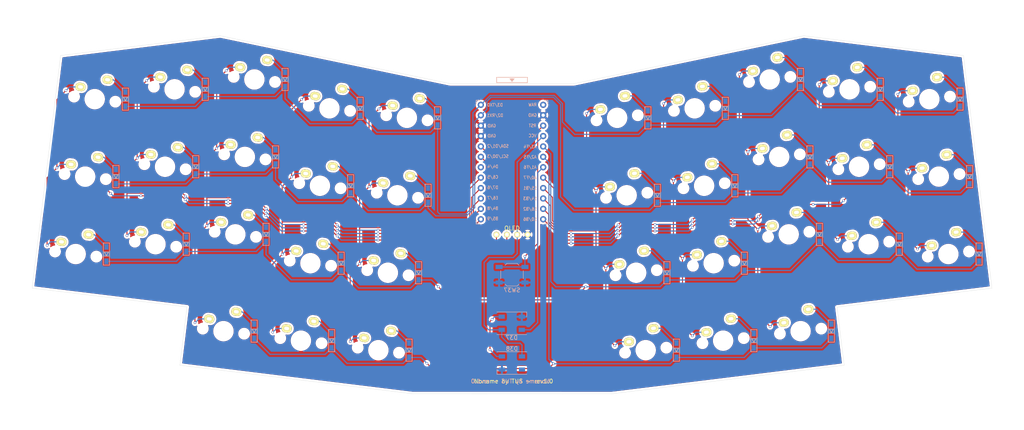
<source format=kicad_pcb>
(kicad_pcb (version 20211014) (generator pcbnew)
  (title_block (title "Noname") (date "2022-02-24") (rev "1.0"))
  (layers (0 "F.Cu" signal) (31 "B.Cu" signal) (34 "B.Paste" user) (35 "F.Paste" user) (36 "B.SilkS" user "B.Silkscreen") (37 "F.SilkS" user "F.Silkscreen") (38 "B.Mask" user) (39 "F.Mask" user) (44 "Edge.Cuts" user))
  (net 0 "")
  (net 1 "Net-(D1-Pad2)")
  (net 2 "R0")
  (net 3 "Net-(D2-Pad2)")
  (net 4 "Net-(D3-Pad2)")
  (net 5 "Net-(D4-Pad2)")
  (net 6 "Net-(D5-Pad2)")
  (net 7 "Net-(D6-Pad2)")
  (net 8 "Net-(D7-Pad2)")
  (net 9 "Net-(D8-Pad2)")
  (net 10 "Net-(D9-Pad2)")
  (net 11 "Net-(D10-Pad2)")
  (net 12 "Net-(D11-Pad2)")
  (net 13 "R1")
  (net 14 "Net-(D12-Pad2)")
  (net 15 "Net-(D13-Pad2)")
  (net 16 "Net-(D14-Pad2)")
  (net 17 "Net-(D15-Pad2)")
  (net 18 "Net-(D16-Pad2)")
  (net 19 "Net-(D17-Pad2)")
  (net 20 "Net-(D18-Pad2)")
  (net 21 "Net-(D19-Pad2)")
  (net 22 "Net-(D20-Pad2)")
  (net 23 "Net-(D21-Pad2)")
  (net 24 "R2")
  (net 25 "Net-(D22-Pad2)")
  (net 26 "Net-(D23-Pad2)")
  (net 27 "Net-(D24-Pad2)")
  (net 28 "Net-(D25-Pad2)")
  (net 29 "Net-(D26-Pad2)")
  (net 30 "Net-(D27-Pad2)")
  (net 31 "Net-(D28-Pad2)")
  (net 32 "Net-(D29-Pad2)")
  (net 33 "Net-(D30-Pad2)")
  (net 34 "Net-(D31-Pad2)")
  (net 35 "R3")
  (net 36 "Net-(D32-Pad2)")
  (net 37 "Net-(D33-Pad2)")
  (net 38 "Net-(D34-Pad2)")
  (net 39 "Net-(D35-Pad2)")
  (net 40 "Net-(D36-Pad2)")
  (net 41 "VCC")
  (net 42 "Net-(D37-Pad2)")
  (net 43 "LED")
  (net 44 "GND")
  (net 45 "C0")
  (net 46 "C1")
  (net 47 "C2")
  (net 48 "C3")
  (net 49 "C4")
  (net 50 "C5")
  (net 51 "C6")
  (net 52 "C7")
  (net 53 "C8")
  (net 54 "C9")
  (net 55 "RS")
  (net 56 "SCL")
  (net 57 "SDA")
  (footprint "KBD:OLED_v2" (layer "F.Cu") (at 149.15514 93.368453)
    (fp_text reference "OL1")
    (fp_text value "OLED" hide)
  )
  (footprint "KBD:CherryMX_1u" (layer "F.Cu") (at 47.275853 60.302971 -7)
    (fp_text reference "SW1" hide)
    (fp_text value "SW_PUSH" hide)
  )
  (footprint "KBD:CherryMX_1u" (layer "F.Cu") (at 66.76432 57.897084 -7)
    (fp_text reference "SW2" hide)
    (fp_text value "SW_PUSH" hide)
  )
  (footprint "KBD:CherryMX_1u" (layer "F.Cu") (at 86.252788 55.491198 -7)
    (fp_text reference "SW3" hide)
    (fp_text value "SW_PUSH" hide)
  )
  (footprint "KBD:CherryMX_1u" (layer "F.Cu") (at 104.580329 62.540306 -7)
    (fp_text reference "SW4" hide)
    (fp_text value "SW_PUSH" hide)
  )
  (footprint "KBD:CherryMX_1u" (layer "F.Cu") (at 123.488333 64.861917 -7)
    (fp_text reference "SW5" hide)
    (fp_text value "SW_PUSH" hide)
  )
  (footprint "KBD:CherryMX_1u" (layer "F.Cu") (at 174.821947 64.861917 7)
    (fp_text reference "SW6" hide)
    (fp_text value "SW_PUSH" hide)
  )
  (footprint "KBD:CherryMX_1u" (layer "F.Cu") (at 193.729951 62.540306 7)
    (fp_text reference "SW7" hide)
    (fp_text value "SW_PUSH" hide)
  )
  (footprint "KBD:CherryMX_1u" (layer "F.Cu") (at 212.057492 55.491198 7)
    (fp_text reference "SW8" hide)
    (fp_text value "SW_PUSH" hide)
  )
  (footprint "KBD:CherryMX_1u" (layer "F.Cu") (at 231.54596 57.897084 7)
    (fp_text reference "SW9" hide)
    (fp_text value "SW_PUSH" hide)
  )
  (footprint "KBD:CherryMX_1u" (layer "F.Cu") (at 251.034427 60.302971 7)
    (fp_text reference "SW10" hide)
    (fp_text value "SW_PUSH" hide)
  )
  (footprint "KBD:CherryMX_1u" (layer "F.Cu") (at 44.954242 79.210975 -7)
    (fp_text reference "SW11" hide)
    (fp_text value "SW_PUSH" hide)
  )
  (footprint "KBD:CherryMX_1u" (layer "F.Cu") (at 64.442709 76.805089 -7)
    (fp_text reference "SW12" hide)
    (fp_text value "SW_PUSH" hide)
  )
  (footprint "KBD:CherryMX_1u" (layer "F.Cu") (at 83.931177 74.399202 -7)
    (fp_text reference "SW13" hide)
    (fp_text value "SW_PUSH" hide)
  )
  (footprint "KBD:CherryMX_1u" (layer "F.Cu") (at 102.258718 81.448311 -7)
    (fp_text reference "SW14" hide)
    (fp_text value "SW_PUSH" hide)
  )
  (footprint "KBD:CherryMX_1u" (layer "F.Cu") (at 121.166722 83.769922 -7)
    (fp_text reference "SW15" hide)
    (fp_text value "SW_PUSH" hide)
  )
  (footprint "KBD:CherryMX_1u" (layer "F.Cu") (at 177.143558 83.769922 7)
    (fp_text reference "SW16" hide)
    (fp_text value "SW_PUSH" hide)
  )
  (footprint "KBD:CherryMX_1u" (layer "F.Cu") (at 196.051562 81.448311 7)
    (fp_text reference "SW17" hide)
    (fp_text value "SW_PUSH" hide)
  )
  (footprint "KBD:CherryMX_1u" (layer "F.Cu") (at 214.379103 74.399202 7)
    (fp_text reference "SW18" hide)
    (fp_text value "SW_PUSH" hide)
  )
  (footprint "KBD:CherryMX_1u" (layer "F.Cu") (at 233.867571 76.805089 7)
    (fp_text reference "SW19" hide)
    (fp_text value "SW_PUSH" hide)
  )
  (footprint "KBD:CherryMX_1u" (layer "F.Cu") (at 253.356038 79.210975 7)
    (fp_text reference "SW20" hide)
    (fp_text value "SW_PUSH" hide)
  )
  (footprint "KBD:CherryMX_1u" (layer "F.Cu") (at 42.632631 98.118979 -7)
    (fp_text reference "SW21" hide)
    (fp_text value "SW_PUSH" hide)
  )
  (footprint "KBD:CherryMX_1u" (layer "F.Cu") (at 62.121098 95.713093 -7)
    (fp_text reference "SW22" hide)
    (fp_text value "SW_PUSH" hide)
  )
  (footprint "KBD:CherryMX_1u" (layer "F.Cu") (at 81.609566 93.307206 -7)
    (fp_text reference "SW23" hide)
    (fp_text value "SW_PUSH" hide)
  )
  (footprint "KBD:CherryMX_1u" (layer "F.Cu") (at 99.937107 100.356315 -7)
    (fp_text reference "SW24" hide)
    (fp_text value "SW_PUSH" hide)
  )
  (footprint "KBD:CherryMX_1u" (layer "F.Cu") (at 118.845111 102.677926 -7)
    (fp_text reference "SW25" hide)
    (fp_text value "SW_PUSH" hide)
  )
  (footprint "KBD:CherryMX_1u" (layer "F.Cu") (at 179.465169 102.677926 7)
    (fp_text reference "SW26" hide)
    (fp_text value "SW_PUSH" hide)
  )
  (footprint "KBD:CherryMX_1u" (layer "F.Cu") (at 198.373173 100.356315 7)
    (fp_text reference "SW27" hide)
    (fp_text value "SW_PUSH" hide)
  )
  (footprint "KBD:CherryMX_1u" (layer "F.Cu") (at 216.700714 93.307206 7)
    (fp_text reference "SW28" hide)
    (fp_text value "SW_PUSH" hide)
  )
  (footprint "KBD:CherryMX_1u" (layer "F.Cu") (at 236.189182 95.713093 7)
    (fp_text reference "SW29" hide)
    (fp_text value "SW_PUSH" hide)
  )
  (footprint "KBD:CherryMX_1u" (layer "F.Cu") (at 255.677649 98.118979 7)
    (fp_text reference "SW30" hide)
    (fp_text value "SW_PUSH" hide)
  )
  (footprint "KBD:CherryMX_1u" (layer "F.Cu") (at 78.707492 116.942708 -7)
    (fp_text reference "SW31" hide)
    (fp_text value "SW_PUSH" hide)
  )
  (footprint "KBD:CherryMX_1u" (layer "F.Cu") (at 97.615496 119.264319 -7)
    (fp_text reference "SW32" hide)
    (fp_text value "SW_PUSH" hide)
  )
  (footprint "KBD:CherryMX_1u" (layer "F.Cu") (at 116.5235 121.58593 -7)
    (fp_text reference "SW33" hide)
    (fp_text value "SW_PUSH" hide)
  )
  (footprint "KBD:CherryMX_1u" (layer "F.Cu") (at 181.78678 121.58593 7)
    (fp_text reference "SW34" hide)
    (fp_text value "SW_PUSH" hide)
  )
  (footprint "KBD:CherryMX_1u" (layer "F.Cu") (at 200.694784 119.264319 7)
    (fp_text reference "SW35" hide)
    (fp_text value "SW_PUSH" hide)
  )
  (footprint "KBD:CherryMX_1u" (layer "F.Cu") (at 219.602788 116.942708 7)
    (fp_text reference "SW36" hide)
    (fp_text value "SW_PUSH" hide)
  )
  (footprint "KBD:D3_SMD_v2" (layer "B.Cu") (at 54.775853 60.302971 90)
    (fp_text reference "D1" hide)
    (fp_text value "D" hide)
  )
  (footprint "KBD:D3_SMD_v2" (layer "B.Cu") (at 74.26432 57.897084 90)
    (fp_text reference "D2" hide)
    (fp_text value "D" hide)
  )
  (footprint "KBD:D3_SMD_v2" (layer "B.Cu") (at 93.752788 55.491198 90)
    (fp_text reference "D3" hide)
    (fp_text value "D" hide)
  )
  (footprint "KBD:D3_SMD_v2" (layer "B.Cu") (at 112.080329 62.540306 90)
    (fp_text reference "D4" hide)
    (fp_text value "D" hide)
  )
  (footprint "KBD:D3_SMD_v2" (layer "B.Cu") (at 130.988333 64.861917 90)
    (fp_text reference "D5" hide)
    (fp_text value "D" hide)
  )
  (footprint "KBD:D3_SMD_v2" (layer "B.Cu") (at 182.321947 64.861917 90)
    (fp_text reference "D6" hide)
    (fp_text value "D" hide)
  )
  (footprint "KBD:D3_SMD_v2" (layer "B.Cu") (at 201.229951 62.540306 90)
    (fp_text reference "D7" hide)
    (fp_text value "D" hide)
  )
  (footprint "KBD:D3_SMD_v2" (layer "B.Cu") (at 219.557492 55.491198 90)
    (fp_text reference "D8" hide)
    (fp_text value "D" hide)
  )
  (footprint "KBD:D3_SMD_v2" (layer "B.Cu") (at 239.04596 57.897084 90)
    (fp_text reference "D9" hide)
    (fp_text value "D" hide)
  )
  (footprint "KBD:D3_SMD_v2" (layer "B.Cu") (at 258.534427 60.302971 90)
    (fp_text reference "D10" hide)
    (fp_text value "D" hide)
  )
  (footprint "KBD:D3_SMD_v2" (layer "B.Cu") (at 52.454242 79.210975 90)
    (fp_text reference "D11" hide)
    (fp_text value "D" hide)
  )
  (footprint "KBD:D3_SMD_v2" (layer "B.Cu") (at 71.942709 76.805089 90)
    (fp_text reference "D12" hide)
    (fp_text value "D" hide)
  )
  (footprint "KBD:D3_SMD_v2" (layer "B.Cu") (at 91.431177 74.399202 90)
    (fp_text reference "D13" hide)
    (fp_text value "D" hide)
  )
  (footprint "KBD:D3_SMD_v2" (layer "B.Cu") (at 109.758718 81.448311 90)
    (fp_text reference "D14" hide)
    (fp_text value "D" hide)
  )
  (footprint "KBD:D3_SMD_v2" (layer "B.Cu") (at 128.666722 83.769922 90)
    (fp_text reference "D15" hide)
    (fp_text value "D" hide)
  )
  (footprint "KBD:D3_SMD_v2" (layer "B.Cu") (at 184.643558 83.769922 90)
    (fp_text reference "D16" hide)
    (fp_text value "D" hide)
  )
  (footprint "KBD:D3_SMD_v2" (layer "B.Cu") (at 203.551562 81.448311 90)
    (fp_text reference "D17" hide)
    (fp_text value "D" hide)
  )
  (footprint "KBD:D3_SMD_v2" (layer "B.Cu") (at 221.879103 74.399202 90)
    (fp_text reference "D18" hide)
    (fp_text value "D" hide)
  )
  (footprint "KBD:D3_SMD_v2" (layer "B.Cu") (at 241.367571 76.805089 90)
    (fp_text reference "D19" hide)
    (fp_text value "D" hide)
  )
  (footprint "KBD:D3_SMD_v2" (layer "B.Cu") (at 260.856038 79.210975 90)
    (fp_text reference "D20" hide)
    (fp_text value "D" hide)
  )
  (footprint "KBD:D3_SMD_v2" (layer "B.Cu") (at 50.132631 98.118979 90)
    (fp_text reference "D21" hide)
    (fp_text value "D" hide)
  )
  (footprint "KBD:D3_SMD_v2" (layer "B.Cu") (at 69.621098 95.713093 90)
    (fp_text reference "D22" hide)
    (fp_text value "D" hide)
  )
  (footprint "KBD:D3_SMD_v2" (layer "B.Cu") (at 89.109566 93.307206 90)
    (fp_text reference "D23" hide)
    (fp_text value "D" hide)
  )
  (footprint "KBD:D3_SMD_v2" (layer "B.Cu") (at 107.437107 100.356315 90)
    (fp_text reference "D24" hide)
    (fp_text value "D" hide)
  )
  (footprint "KBD:D3_SMD_v2" (layer "B.Cu") (at 126.345111 102.677926 90)
    (fp_text reference "D25" hide)
    (fp_text value "D" hide)
  )
  (footprint "KBD:D3_SMD_v2" (layer "B.Cu") (at 186.965169 102.677926 90)
    (fp_text reference "D26" hide)
    (fp_text value "D" hide)
  )
  (footprint "KBD:D3_SMD_v2" (layer "B.Cu") (at 205.873173 100.356315 90)
    (fp_text reference "D27" hide)
    (fp_text value "D" hide)
  )
  (footprint "KBD:D3_SMD_v2" (layer "B.Cu") (at 224.200714 93.307206 90)
    (fp_text reference "D28" hide)
    (fp_text value "D" hide)
  )
  (footprint "KBD:D3_SMD_v2" (layer "B.Cu") (at 243.689182 95.713093 90)
    (fp_text reference "D29" hide)
    (fp_text value "D" hide)
  )
  (footprint "KBD:D3_SMD_v2" (layer "B.Cu") (at 263.177649 98.118979 90)
    (fp_text reference "D30" hide)
    (fp_text value "D" hide)
  )
  (footprint "KBD:D3_SMD_v2" (layer "B.Cu") (at 86.207492 116.942708 90)
    (fp_text reference "D31" hide)
    (fp_text value "D" hide)
  )
  (footprint "KBD:D3_SMD_v2" (layer "B.Cu") (at 105.115496 119.264319 90)
    (fp_text reference "D32" hide)
    (fp_text value "D" hide)
  )
  (footprint "KBD:D3_SMD_v2" (layer "B.Cu") (at 124.0235 121.58593 90)
    (fp_text reference "D33" hide)
    (fp_text value "D" hide)
  )
  (footprint "KBD:D3_SMD_v2" (layer "B.Cu") (at 189.28678 121.58593 90)
    (fp_text reference "D34" hide)
    (fp_text value "D" hide)
  )
  (footprint "KBD:D3_SMD_v2" (layer "B.Cu") (at 208.194784 119.264319 90)
    (fp_text reference "D35" hide)
    (fp_text value "D" hide)
  )
  (footprint "KBD:D3_SMD_v2" (layer "B.Cu") (at 227.102788 116.942708 90)
    (fp_text reference "D36" hide)
    (fp_text value "D" hide)
  )
  (footprint "LED_SMD:LED_WS2812B_PLCC4_5.0x5.0mm_P3.2mm" (layer "B.Cu") (at 149.09514 115.018453)
    (fp_text reference "D37")
    (fp_text value "WS2812B")
  )
  (footprint "LED_SMD:LED_WS2812B_PLCC4_5.0x5.0mm_P3.2mm" (layer "B.Cu") (at 149.13514 124.718453 180)
    (fp_text reference "D38")
    (fp_text value "WS2812B")
  )
  (footprint "Button_Switch_SMD:SW_SPST_TL3342" (layer "B.Cu") (at 149.15514 103.168453)
    (fp_text reference "SW37")
    (fp_text value "SW_PUSH")
  )
  (footprint "KBD:ProMicro_v3" (layer "B.Cu") (at 149.15514 76.168453 180)
    (fp_text reference "U1" hide)
    (fp_text value "ProMicro_r" hide)
  )
  (gr_line (start 31.98514 106.438453) (end 38.95514 49.648453) (layer "Edge.Cuts") (width 0.05))
  (gr_line (start 68.06514 125.258453) (end 69.80514 111.038453) (layer "Edge.Cuts") (width 0.05))
  (gr_line (start 69.80514 111.038453) (end 31.98514 106.438453) (layer "Edge.Cuts") (width 0.05))
  (gr_line (start 259.36514 49.648453) (end 266.33514 106.438453) (layer "Edge.Cuts") (width 0.05))
  (gr_line (start 230.25514 125.258453) (end 173.46514 132.238453) (layer "Edge.Cuts") (width 0.05))
  (gr_line (start 77.92514 44.828453) (end 134.14514 56.538453) (layer "Edge.Cuts") (width 0.05))
  (gr_line (start 220.38514 44.828453) (end 259.36514 49.648453) (layer "Edge.Cuts") (width 0.05))
  (gr_line (start 228.51514 111.078453) (end 230.25514 125.258453) (layer "Edge.Cuts") (width 0.05))
  (gr_line (start 134.14514 56.538453) (end 164.17514 56.538453) (layer "Edge.Cuts") (width 0.05))
  (gr_line (start 173.46514 132.238453) (end 124.83514 132.228453) (layer "Edge.Cuts") (width 0.05))
  (gr_line (start 124.83514 132.228453) (end 68.06514 125.258453) (layer "Edge.Cuts") (width 0.05))
  (gr_line (start 164.17514 56.538453) (end 220.38514 44.828453) (layer "Edge.Cuts") (width 0.05))
  (gr_line (start 38.95514 49.648453) (end 77.92514 44.828453) (layer "Edge.Cuts") (width 0.05))
  (gr_line (start 266.33514 106.438453) (end 228.51514 111.078453) (layer "Edge.Cuts") (width 0.05))
  (gr_text " Noname by TUS - rev1.0" (at 149.15514 129.168453) (layer "B.SilkS") (effects (font (size 1 1)) (justify mirror)))
  (gr_text " Noname by TUS - rev1.0" (at 149.15514 129.168453) (layer "F.SilkS") (effects (font (size 1 1))))
  (segment (start 50.416016 55.570385) (end 51.818267 55.570385) (width 0.25) (layer "B.Cu") (net 1))
  (segment (start 51.818267 55.570385) (end 54.775853 58.527971) (width 0.25) (layer "B.Cu") (net 1))
  (segment (start 93.752788 57.266198) (end 93.752788 60.196101) (width 0.25) (layer "B.Cu") (net 2))
  (segment (start 219.557492 57.266198) (end 224.189747 61.898453) (width 0.25) (layer "B.Cu") (net 2))
  (segment (start 201.229951 64.315306) (end 212.508384 64.315306) (width 0.25) (layer "B.Cu") (net 2))
  (segment (start 180.060411 68.898453) (end 182.321947 66.636917) (width 0.25) (layer "B.Cu") (net 2))
  (segment (start 130.988333 87.831646) (end 130.988333 66.636917) (width 0.25) (layer "B.Cu") (net 2))
  (segment (start 239.04596 59.672084) (end 243.072329 63.698453) (width 0.25) (layer "B.Cu") (net 2))
  (segment (start 236.819591 61.898453) (end 239.04596 59.672084) (width 0.25) (layer "B.Cu") (net 2))
  (segment (start 131.50513 88.348443) (end 130.988333 87.831646) (width 0.25) (layer "B.Cu") (net 2))
  (segment (start 74.26432 59.672084) (end 91.346902 59.672084) (width 0.25) (layer "B.Cu") (net 2))
  (segment (start 139.60513 86.612053) (end 137.86874 88.348443) (width 0.25) (layer "B.Cu") (net 2))
  (segment (start 164.45514 68.898453) (end 180.060411 68.898453) (width 0.25) (layer "B.Cu") (net 2))
  (segment (start 116.163476 68.398453) (end 129.226797 68.398453) (width 0.25) (layer "B.Cu") (net 2))
  (segment (start 256.913945 63.698453) (end 258.534427 62.077971) (width 0.25) (layer "B.Cu") (net 2))
  (segment (start 224.189747 61.898453) (end 236.819591 61.898453) (width 0.25) (layer "B.Cu") (net 2))
  (segment (start 54.775853 62.077971) (end 71.858433 62.077971) (width 0.25) (layer "B.Cu") (net 2))
  (segment (start 159.45514 59.398453) (end 161.45514 61.398453) (width 0.25) (layer "B.Cu") (net 2))
  (segment (start 182.321947 66.636917) (end 198.90834 66.636917) (width 0.25) (layer "B.Cu") (net 2))
  (segment (start 212.508384 64.315306) (end 219.557492 57.266198) (width 0.25) (layer "B.Cu") (net 2))
  (segment (start 112.080329 64.315306) (end 116.163476 68.398453) (width 0.25) (layer "B.Cu") (net 2))
  (segment (start 99.85514 66.298453) (end 110.097182 66.298453) (width 0.25) (layer "B.Cu") (net 2))
  (segment (start 198.90834 66.636917) (end 201.229951 64.315306) (width 0.25) (layer "B.Cu") (net 2))
  (segment (start 161.45514 61.398453) (end 161.45514 65.898453) (width 0.25) (layer "B.Cu") (net 2))
  (segment (start 141.54374 61.690453) (end 139.60513 63.629063) (width 0.25) (layer "B.Cu") (net 2))
  (segment (start 139.60513 63.629063) (end 139.60513 86.612053) (width 0.25) (layer "B.Cu") (net 2))
  (segment (start 71.858433 62.077971) (end 74.26432 59.672084) (width 0.25) (layer "B.Cu") (net 2))
  (segment (start 243.072329 63.698453) (end 256.913945 63.698453) (width 0.25) (layer "B.Cu") (net 2))
  (segment (start 93.752788 60.196101) (end 99.85514 66.298453) (width 0.25) (layer "B.Cu") (net 2))
  (segment (start 91.346902 59.672084) (end 93.752788 57.266198) (width 0.25) (layer "B.Cu") (net 2))
  (segment (start 129.226797 68.398453) (end 130.988333 66.636917) (width 0.25) (layer "B.Cu") (net 2))
  (segment (start 137.86874 88.348443) (end 131.50513 88.348443) (width 0.25) (layer "B.Cu") (net 2))
  (segment (start 110.097182 66.298453) (end 112.080329 64.315306) (width 0.25) (layer "B.Cu") (net 2))
  (segment (start 161.45514 65.898453) (end 164.45514 68.898453) (width 0.25) (layer "B.Cu") (net 2))
  (segment (start 143.83574 59.398453) (end 159.45514 59.398453) (width 0.25) (layer "B.Cu") (net 2))
  (segment (start 141.54374 61.690453) (end 143.83574 59.398453) (width 0.25) (layer "B.Cu") (net 2))
  (segment (start 69.904483 53.164498) (end 71.306734 53.164498) (width 0.25) (layer "B.Cu") (net 3))
  (segment (start 71.306734 53.164498) (end 74.26432 56.122084) (width 0.25) (layer "B.Cu") (net 3))
  (segment (start 90.795202 50.758612) (end 93.752788 53.716198) (width 0.25) (layer "B.Cu") (net 4))
  (segment (start 89.392951 50.758612) (end 90.795202 50.758612) (width 0.25) (layer "B.Cu") (net 4))
  (segment (start 107.720492 57.80772) (end 109.122743 57.80772) (width 0.25) (layer "B.Cu") (net 5))
  (segment (start 109.122743 57.80772) (end 112.080329 60.765306) (width 0.25) (layer "B.Cu") (net 5))
  (segment (start 128.030747 60.129331) (end 130.988333 63.086917) (width 0.25) (layer "B.Cu") (net 6))
  (segment (start 126.628496 60.129331) (end 128.030747 60.129331) (width 0.25) (layer "B.Cu") (net 6))
  (segment (start 176.723918 59.510234) (end 178.745264 59.510234) (width 0.25) (layer "B.Cu") (net 7))
  (segment (start 178.745264 59.510234) (end 182.321947 63.086917) (width 0.25) (layer "B.Cu") (net 7))
  (segment (start 195.631922 57.188623) (end 197.653268 57.188623) (width 0.25) (layer "B.Cu") (net 8))
  (segment (start 197.653268 57.188623) (end 201.229951 60.765306) (width 0.25) (layer "B.Cu") (net 8))
  (segment (start 213.959463 50.139515) (end 215.980809 50.139515) (width 0.25) (layer "B.Cu") (net 9))
  (segment (start 215.980809 50.139515) (end 219.557492 53.716198) (width 0.25) (layer "B.Cu") (net 9))
  (segment (start 233.447931 52.545401) (end 235.469277 52.545401) (width 0.25) (layer "B.Cu") (net 10))
  (segment (start 235.469277 52.545401) (end 239.04596 56.122084) (width 0.25) (layer "B.Cu") (net 10))
  (segment (start 254.957744 54.951288) (end 258.534427 58.527971) (width 0.25) (layer "B.Cu") (net 11))
  (segment (start 252.936398 54.951288) (end 254.957744 54.951288) (width 0.25) (layer "B.Cu") (net 11))
  (segment (start 48.094405 74.478389) (end 49.496656 74.478389) (width 0.25) (layer "B.Cu") (net 12))
  (segment (start 49.496656 74.478389) (end 52.454242 77.435975) (width 0.25) (layer "B.Cu") (net 12))
  (segment (start 142.996739 60.873864) (end 144.02214 59.848463) (width 0.25) (layer "B.Cu") (net 13))
  (segment (start 114.03386 87.498453) (end 126.713191 87.498453) (width 0.25) (layer "B.Cu") (net 13))
  (segment (start 214.829994 83.223311) (end 221.879103 76.174202) (width 0.25) (layer "B.Cu") (net 13))
  (segment (start 109.758718 83.223311) (end 114.03386 87.498453) (width 0.25) (layer "B.Cu") (net 13))
  (segment (start 258.64356 83.198453) (end 260.856038 80.985975) (width 0.25) (layer "B.Cu") (net 13))
  (segment (start 130.55514 88.798453) (end 128.666722 86.910035) (width 0.25) (layer "B.Cu") (net 13))
  (segment (start 241.367571 78.580089) (end 245.985935 83.198453) (width 0.25) (layer "B.Cu") (net 13))
  (segment (start 69.536823 80.985975) (end 71.942709 78.580089) (width 0.25) (layer "B.Cu") (net 13))
  (segment (start 164.25514 87.398453) (end 182.790027 87.398453) (width 0.25) (layer "B.Cu") (net 13))
  (segment (start 141.54374 64.230453) (end 140.05514 65.719053) (width 0.25) (layer "B.Cu") (net 13))
  (segment (start 221.879103 76.174202) (end 226.303354 80.598453) (width 0.25) (layer "B.Cu") (net 13))
  (segment (start 140.05514 65.719053) (end 140.05514 86.798453) (width 0.25) (layer "B.Cu") (net 13))
  (segment (start 184.643558 85.544922) (end 201.229951 85.544922) (width 0.25) (layer "B.Cu") (net 13))
  (segment (start 203.551562 83.223311) (end 214.829994 83.223311) (width 0.25) (layer "B.Cu") (net 13))
  (segment (start 142.996739 62.777454) (end 142.996739 60.873864) (width 0.25) (layer "B.Cu") (net 13))
  (segment (start 245.985935 83.198453) (end 258.64356 83.198453) (width 0.25) (layer "B.Cu") (net 13))
  (segment (start 159.26874 59.848463) (end 161.00513 61.584853) (width 0.25) (layer "B.Cu") (net 13))
  (segment (start 226.303354 80.598453) (end 239.349207 80.598453) (width 0.25) (layer "B.Cu") (net 13))
  (segment (start 141.54374 64.230453) (end 142.996739 62.777454) (width 0.25) (layer "B.Cu") (net 13))
  (segment (start 161.00513 61.584853) (end 161.00513 84.148443) (width 0.25) (layer "B.Cu") (net 13))
  (segment (start 91.431177 79.87449) (end 96.85514 85.298453) (width 0.25) (layer "B.Cu") (net 13))
  (segment (start 126.713191 87.498453) (end 128.666722 85.544922) (width 0.25) (layer "B.Cu") (net 13))
  (segment (start 201.229951 85.544922) (end 203.551562 83.223311) (width 0.25) (layer "B.Cu") (net 13))
  (segment (start 138.05514 88.798453) (end 130.55514 88.798453) (width 0.25) (layer "B.Cu") (net 13))
  (segment (start 107.683576 85.298453) (end 109.758718 83.223311) (width 0.25) (layer "B.Cu") (net 13))
  (segment (start 91.431177 76.174202) (end 91.431177 79.87449) (width 0.25) (layer "B.Cu") (net 13))
  (segment (start 161.00513 84.148443) (end 164.25514 87.398453) (width 0.25) (layer "B.Cu") (net 13))
  (segment (start 182.790027 87.398453) (end 184.643558 85.544922) (width 0.25) (layer "B.Cu") (net 13))
  (segment (start 96.85514 85.298453) (end 107.683576 85.298453) (width 0.25) (layer "B.Cu") (net 13))
  (segment (start 89.02529 78.580089) (end 91.431177 76.174202) (width 0.25) (layer "B.Cu") (net 13))
  (segment (start 239.349207 80.598453) (end 241.367571 78.580089) (width 0.25) (layer "B.Cu") (net 13))
  (segment (start 140.05514 86.798453) (end 138.05514 88.798453) (width 0.25) (layer "B.Cu") (net 13))
  (segment (start 71.942709 78.580089) (end 89.02529 78.580089) (width 0.25) (layer "B.Cu") (net 13))
  (segment (start 128.666722 86.910035) (end 128.666722 85.544922) (width 0.25) (layer "B.Cu") (net 13))
  (segment (start 144.02214 59.848463) (end 159.26874 59.848463) (width 0.25) (layer "B.Cu") (net 13))
  (segment (start 52.454242 80.985975) (end 69.536823 80.985975) (width 0.25) (layer "B.Cu") (net 13))
  (segment (start 67.582872 72.072503) (end 68.985123 72.072503) (width 0.25) (layer "B.Cu") (net 14))
  (segment (start 68.985123 72.072503) (end 71.942709 75.030089) (width 0.25) (layer "B.Cu") (net 14))
  (segment (start 88.473591 69.666616) (end 91.431177 72.624202) (width 0.25) (layer "B.Cu") (net 15))
  (segment (start 87.07134 69.666616) (end 88.473591 69.666616) (width 0.25) (layer "B.Cu") (net 15))
  (segment (start 105.398881 76.715725) (end 106.801132 76.715725) (width 0.25) (layer "B.Cu") (net 16))
  (segment (start 106.801132 76.715725) (end 109.758718 79.673311) (width 0.25) (layer "B.Cu") (net 16))
  (segment (start 125.709136 79.037336) (end 128.666722 81.994922) (width 0.25) (layer "B.Cu") (net 17))
  (segment (start 124.306885 79.037336) (end 125.709136 79.037336) (width 0.25) (layer "B.Cu") (net 17))
  (segment (start 181.066875 78.418239) (end 184.643558 81.994922) (width 0.25) (layer "B.Cu") (net 18))
  (segment (start 179.045529 78.418239) (end 181.066875 78.418239) (width 0.25) (layer "B.Cu") (net 18))
  (segment (start 199.974879 76.096628) (end 203.551562 79.673311) (width 0.25) (layer "B.Cu") (net 19))
  (segment (start 197.953533 76.096628) (end 199.974879 76.096628) (width 0.25) (layer "B.Cu") (net 19))
  (segment (start 218.30242 69.047519) (end 221.879103 72.624202) (width 0.25) (layer "B.Cu") (net 20))
  (segment (start 216.281074 69.047519) (end 218.30242 69.047519) (width 0.25) (layer "B.Cu") (net 20))
  (segment (start 235.769542 71.453406) (end 237.790888 71.453406) (width 0.25) (layer "B.Cu") (net 21))
  (segment (start 237.790888 71.453406) (end 241.367571 75.030089) (width 0.25) (layer "B.Cu") (net 21))
  (segment (start 257.279355 73.859292) (end 260.856038 77.435975) (width 0.25) (layer "B.Cu") (net 22))
  (segment (start 255.258009 73.859292) (end 257.279355 73.859292) (width 0.25) (layer "B.Cu") (net 22))
  (segment (start 47.175045 93.386393) (end 50.132631 96.343979) (width 0.25) (layer "B.Cu") (net 23))
  (segment (start 45.772794 93.386393) (end 47.175045 93.386393) (width 0.25) (layer "B.Cu") (net 23))
  (segment (start 134.35514 109.298453) (end 163.95514 109.298453) (width 0.25) (layer "F.Cu") (net 24))
  (segment (start 163.95514 109.298453) (end 167.15514 106.098453) (width 0.25) (layer "F.Cu") (net 24))
  (segment (start 131.15514 106.098453) (end 134.35514 109.298453) (width 0.25) (layer "F.Cu") (net 24))
  (via (at 167.15514 106.098453) (size 0.6) (drill 0.4) (layers "F.Cu" "B.Cu") (net 24))
  (via (at 131.15514 106.098453) (size 0.6) (drill 0.4) (layers "F.Cu" "B.Cu") (net 24))
  (segment (start 158.60515 104.848463) (end 159.85514 106.098453) (width 0.25) (layer "B.Cu") (net 24))
  (segment (start 243.689182 97.488093) (end 247.999542 101.798453) (width 0.25) (layer "B.Cu") (net 24))
  (segment (start 50.132631 99.893979) (end 67.215212 99.893979) (width 0.25) (layer "B.Cu") (net 24))
  (segment (start 217.151605 102.131315) (end 224.200714 95.082206) (width 0.25) (layer "B.Cu") (net 24))
  (segment (start 185.319642 106.098453) (end 186.965169 104.452926) (width 0.25) (layer "B.Cu") (net 24))
  (segment (start 129.509613 104.452926) (end 131.15514 106.098453) (width 0.25) (layer "B.Cu") (net 24))
  (segment (start 186.965169 104.452926) (end 203.551562 104.452926) (width 0.25) (layer "B.Cu") (net 24))
  (segment (start 126.345111 104.452926) (end 129.509613 104.452926) (width 0.25) (layer "B.Cu") (net 24))
  (segment (start 95.25514 104.398453) (end 105.169969 104.398453) (width 0.25) (layer "B.Cu") (net 24))
  (segment (start 69.621098 97.488093) (end 86.703679 97.488093) (width 0.25) (layer "B.Cu") (net 24))
  (segment (start 158.60515 73.691863) (end 158.60515 104.848463) (width 0.25) (layer "B.Cu") (net 24))
  (segment (start 124.399584 106.398453) (end 126.345111 104.452926) (width 0.25) (layer "B.Cu") (net 24))
  (segment (start 156.76374 71.850453) (end 158.60515 73.691863) (width 0.25) (layer "B.Cu") (net 24))
  (segment (start 111.704245 106.398453) (end 124.399584 106.398453) (width 0.25) (layer "B.Cu") (net 24))
  (segment (start 67.215212 99.893979) (end 69.621098 97.488093) (width 0.25) (layer "B.Cu") (net 24))
  (segment (start 167.15514 106.098453) (end 185.319642 106.098453) (width 0.25) (layer "B.Cu") (net 24))
  (segment (start 241.478822 99.698453) (end 243.689182 97.488093) (width 0.25) (layer "B.Cu") (net 24))
  (segment (start 159.85514 106.098453) (end 167.15514 106.098453) (width 0.25) (layer "B.Cu") (net 24))
  (segment (start 228.816961 99.698453) (end 241.478822 99.698453) (width 0.25) (layer "B.Cu") (net 24))
  (segment (start 205.873173 102.131315) (end 217.151605 102.131315) (width 0.25) (layer "B.Cu") (net 24))
  (segment (start 89.109566 98.252879) (end 95.25514 104.398453) (width 0.25) (layer "B.Cu") (net 24))
  (segment (start 105.169969 104.398453) (end 107.437107 102.131315) (width 0.25) (layer "B.Cu") (net 24))
  (segment (start 89.109566 95.082206) (end 89.109566 98.252879) (width 0.25) (layer "B.Cu") (net 24))
  (segment (start 247.999542 101.798453) (end 261.273175 101.798453) (width 0.25) (layer "B.Cu") (net 24))
  (segment (start 224.200714 95.082206) (end 228.816961 99.698453) (width 0.25) (layer "B.Cu") (net 24))
  (segment (start 261.273175 101.798453) (end 263.177649 99.893979) (width 0.25) (layer "B.Cu") (net 24))
  (segment (start 107.437107 102.131315) (end 111.704245 106.398453) (width 0.25) (layer "B.Cu") (net 24))
  (segment (start 86.703679 97.488093) (end 89.109566 95.082206) (width 0.25) (layer "B.Cu") (net 24))
  (segment (start 203.551562 104.452926) (end 205.873173 102.131315) (width 0.25) (layer "B.Cu") (net 24))
  (segment (start 65.261261 90.980507) (end 66.663512 90.980507) (width 0.25) (layer "B.Cu") (net 25))
  (segment (start 66.663512 90.980507) (end 69.621098 93.938093) (width 0.25) (layer "B.Cu") (net 25))
  (segment (start 86.15198 88.57462) (end 89.109566 91.532206) (width 0.25) (layer "B.Cu") (net 26))
  (segment (start 84.749729 88.57462) (end 86.15198 88.57462) (width 0.25) (layer "B.Cu") (net 26))
  (segment (start 104.479521 95.623729) (end 107.437107 98.581315) (width 0.25) (layer "B.Cu") (net 27))
  (segment (start 103.07727 95.623729) (end 104.479521 95.623729) (width 0.25) (layer "B.Cu") (net 27))
  (segment (start 121.985274 97.94534) (end 123.387525 97.94534) (width 0.25) (layer "B.Cu") (net 28))
  (segment (start 123.387525 97.94534) (end 126.345111 100.902926) (width 0.25) (layer "B.Cu") (net 28))
  (segment (start 183.388486 97.326243) (end 186.965169 100.902926) (width 0.25) (layer "B.Cu") (net 29))
  (segment (start 181.36714 97.326243) (end 183.388486 97.326243) (width 0.25) (layer "B.Cu") (net 29))
  (segment (start 202.29649 95.004632) (end 205.873173 98.581315) (width 0.25) (layer "B.Cu") (net 30))
  (segment (start 200.275144 95.004632) (end 202.29649 95.004632) (width 0.25) (layer "B.Cu") (net 30))
  (segment (start 218.602685 87.955523) (end 220.624031 87.955523) (width 0.25) (layer "B.Cu") (net 31))
  (segment (start 220.624031 87.955523) (end 224.200714 91.532206) (width 0.25) (layer "B.Cu") (net 31))
  (segment (start 238.091153 90.36141) (end 240.112499 90.36141) (width 0.25) (layer "B.Cu") (net 32))
  (segment (start 240.112499 90.36141) (end 243.689182 93.938093) (width 0.25) (layer "B.Cu") (net 32))
  (segment (start 257.57962 92.767296) (end 259.600966 92.767296) (width 0.25) (layer "B.Cu") (net 33))
  (segment (start 259.600966 92.767296) (end 263.177649 96.343979) (width 0.25) (layer "B.Cu") (net 33))
  (segment (start 83.249906 112.210122) (end 86.207492 115.167708) (width 0.25) (layer "B.Cu") (net 34))
  (segment (start 81.847655 112.210122) (end 83.249906 112.210122) (width 0.25) (layer "B.Cu") (net 34))
  (segment (start 128.37514 124.788453) (end 129.65514 126.068453) (width 0.25) (layer "F.Cu") (net 35))
  (segment (start 158.08514 126.068453) (end 159.25514 124.898453) (width 0.25) (layer "F.Cu") (net 35))
  (segment (start 129.65514 126.068453) (end 158.08514 126.068453) (width 0.25) (layer "F.Cu") (net 35))
  (via (at 128.37514 124.788453) (size 0.6) (drill 0.4) (layers "F.Cu" "B.Cu") (net 35))
  (via (at 159.25514 124.898453) (size 0.6) (drill 0.4) (layers "F.Cu" "B.Cu") (net 35))
  (segment (start 224.781177 121.039319) (end 227.102788 118.717708) (width 0.25) (layer "B.Cu") (net 35))
  (segment (start 208.194784 121.039319) (end 224.781177 121.039319) (width 0.25) (layer "B.Cu") (net 35))
  (segment (start 158.15514 75.781853) (end 158.15514 123.798453) (width 0.25) (layer "B.Cu") (net 35))
  (segment (start 124.0235 123.36093) (end 122.585977 124.798453) (width 0.25) (layer "B.Cu") (net 35))
  (segment (start 90.088237 122.598453) (end 86.207492 118.717708) (width 0.25) (layer "B.Cu") (net 35))
  (segment (start 105.115496 121.039319) (end 103.556362 122.598453) (width 0.25) (layer "B.Cu") (net 35))
  (segment (start 159.25514 124.898453) (end 166.61514 124.898453) (width 0.25) (layer "B.Cu") (net 35))
  (segment (start 126.947617 123.36093) (end 128.37514 124.788453) (width 0.25) (layer "B.Cu") (net 35))
  (segment (start 205.873173 123.36093) (end 208.194784 121.039319) (width 0.25) (layer "B.Cu") (net 35))
  (segment (start 103.556362 122.598453) (end 90.088237 122.598453) (width 0.25) (layer "B.Cu") (net 35))
  (segment (start 166.61514 124.898453) (end 187.749257 124.898453) (width 0.25) (layer "B.Cu") (net 35))
  (segment (start 108.87463 124.798453) (end 105.115496 121.039319) (width 0.25) (layer "B.Cu") (net 35))
  (segment (start 189.28678 123.36093) (end 205.873173 123.36093) (width 0.25) (layer "B.Cu") (net 35))
  (segment (start 187.749257 124.898453) (end 189.28678 123.36093) (width 0.25) (layer "B.Cu") (net 35))
  (segment (start 122.585977 124.798453) (end 108.87463 124.798453) (width 0.25) (layer "B.Cu") (net 35))
  (segment (start 124.0235 123.36093) (end 126.947617 123.36093) (width 0.25) (layer "B.Cu") (net 35))
  (segment (start 156.76374 74.390453) (end 158.15514 75.781853) (width 0.25) (layer "B.Cu") (net 35))
  (segment (start 158.15514 123.798453) (end 159.25514 124.898453) (width 0.25) (layer "B.Cu") (net 35))
  (segment (start 102.15791 114.531733) (end 105.115496 117.489319) (width 0.25) (layer "B.Cu") (net 36))
  (segment (start 100.755659 114.531733) (end 102.15791 114.531733) (width 0.25) (layer "B.Cu") (net 36))
  (segment (start 119.663663 116.853344) (end 121.065914 116.853344) (width 0.25) (layer "B.Cu") (net 37))
  (segment (start 121.065914 116.853344) (end 124.0235 119.81093) (width 0.25) (layer "B.Cu") (net 37))
  (segment (start 185.710097 116.234247) (end 189.28678 119.81093) (width 0.25) (layer "B.Cu") (net 38))
  (segment (start 183.688751 116.234247) (end 185.710097 116.234247) (width 0.25) (layer "B.Cu") (net 38))
  (segment (start 204.618101 113.912636) (end 208.194784 117.489319) (width 0.25) (layer "B.Cu") (net 39))
  (segment (start 202.596755 113.912636) (end 204.618101 113.912636) (width 0.25) (layer "B.Cu") (net 39))
  (segment (start 223.526105 111.591025) (end 227.102788 115.167708) (width 0.25) (layer "B.Cu") (net 40))
  (segment (start 221.504759 111.591025) (end 223.526105 111.591025) (width 0.25) (layer "B.Cu") (net 40))
  (segment (start 151.58514 120.338453) (end 151.58514 123.118453) (width 0.25) (layer "B.Cu") (net 41))
  (segment (start 151.13514 119.888453) (end 151.58514 120.338453) (width 0.25) (layer "B.Cu") (net 41))
  (segment (start 150.42514 75.649053) (end 150.42514 93.368453) (width 0.25) (layer "B.Cu") (net 41))
  (segment (start 146.64514 118.388453) (end 148.14514 119.888453) (width 0.25) (layer "B.Cu") (net 41))
  (segment (start 149.44514 98.978453) (end 143.53514 98.978453) (width 0.25) (layer "B.Cu") (net 41))
  (segment (start 146.64514 116.618453) (end 143.47514 116.618453) (width 0.25) (layer "B.Cu") (net 41))
  (segment (start 143.53514 98.978453) (end 142.35514 100.158453) (width 0.25) (layer "B.Cu") (net 41))
  (segment (start 156.76374 69.310453) (end 150.42514 75.649053) (width 0.25) (layer "B.Cu") (net 41))
  (segment (start 142.35514 100.158453) (end 142.35514 115.498453) (width 0.25) (layer "B.Cu") (net 41))
  (segment (start 143.47514 116.618453) (end 142.35514 115.498453) (width 0.25) (layer "B.Cu") (net 41))
  (segment (start 148.14514 119.888453) (end 151.13514 119.888453) (width 0.25) (layer "B.Cu") (net 41))
  (segment (start 150.42514 97.998453) (end 149.44514 98.978453) (width 0.25) (layer "B.Cu") (net 41))
  (segment (start 150.42514 93.368453) (end 150.42514 97.998453) (width 0.25) (layer "B.Cu") (net 41))
  (segment (start 146.64514 116.618453) (end 146.64514 118.388453) (width 0.25) (layer "B.Cu") (net 41))
  (segment (start 144.27514 114.078453) (end 143.77514 114.578453) (width 0.25) (layer "F.Cu") (net 42))
  (segment (start 143.77514 114.578453) (end 143.77514 121.488453) (width 0.25) (layer "F.Cu") (net 42))
  (via (at 144.27514 114.078453) (size 0.6) (drill 0.4) (layers "F.Cu" "B.Cu") (net 42))
  (via (at 143.77514 121.488453) (size 0.6) (drill 0.4) (layers "F.Cu" "B.Cu") (net 42))
  (segment (start 145.40514 123.118453) (end 146.68514 123.118453) (width 0.25) (layer "B.Cu") (net 42))
  (segment (start 144.93514 113.418453) (end 144.27514 114.078453) (width 0.25) (layer "B.Cu") (net 42))
  (segment (start 143.77514 121.488453) (end 145.40514 123.118453) (width 0.25) (layer "B.Cu") (net 42))
  (segment (start 146.64514 113.418453) (end 144.93514 113.418453) (width 0.25) (layer "B.Cu") (net 42))
  (segment (start 155.41514 114.838453) (end 153.63514 116.618453) (width 0.25) (layer "B.Cu") (net 43))
  (segment (start 156.76374 76.930453) (end 155.41514 78.279053) (width 0.25) (layer "B.Cu") (net 43))
  (segment (start 153.63514 116.618453) (end 151.54514 116.618453) (width 0.25) (layer "B.Cu") (net 43))
  (segment (start 155.41514 78.279053) (end 155.41514 114.838453) (width 0.25) (layer "B.Cu") (net 43))
  (segment (start 35.65514 95.998453) (end 35.65514 82.298453) (width 0.25) (layer "F.Cu") (net 45))
  (segment (start 69.35514 84.798453) (end 68.45514 83.898453) (width 0.25) (layer "F.Cu") (net 45))
  (segment (start 38.05514 60.398453) (end 40.25514 58.198453) (width 0.25) (layer "F.Cu") (net 45))
  (segment (start 116.45514 94.698453) (end 136.47574 94.698453) (width 0.25) (layer "F.Cu") (net 45))
  (segment (start 106.45514 93.698453) (end 105.25514 92.498453) (width 0.25) (layer "F.Cu") (net 45))
  (segment (start 105.25514 92.498453) (end 98.25514 92.498453) (width 0.25) (layer "F.Cu") (net 45))
  (segment (start 136.47574 94.698453) (end 141.54374 89.630453) (width 0.25) (layer "F.Cu") (net 45))
  (segment (start 89.05514 88.698453) (end 86.15514 85.798453) (width 0.25) (layer "F.Cu") (net 45))
  (segment (start 50.15514 82.298453) (end 35.65514 82.298453) (width 0.25) (layer "F.Cu") (net 45))
  (segment (start 86.15514 85.798453) (end 79.85514 85.798453) (width 0.25) (layer "F.Cu") (net 45))
  (segment (start 35.65514 82.298453) (end 35.65514 79.498453) (width 0.25) (layer "F.Cu") (net 45))
  (segment (start 68.45514 83.898453) (end 58.55514 83.898453) (width 0.25) (layer "F.Cu") (net 45))
  (segment (start 51.15514 83.298453) (end 50.15514 82.298453) (width 0.25) (layer "F.Cu") (net 45))
  (segment (start 35.65514 79.498453) (end 38.05514 77.098453) (width 0.25) (layer "F.Cu") (net 45))
  (segment (start 38.05514 77.098453) (end 38.05514 60.398453) (width 0.25) (layer "F.Cu") (net 45))
  (via (at 58.55514 83.898453) (size 0.6) (drill 0.4) (layers "F.Cu" "B.Cu") (net 45))
  (via (at 98.25514 92.498453) (size 0.6) (drill 0.4) (layers "F.Cu" "B.Cu") (net 45))
  (via (at 51.15514 83.298453) (size 0.6) (drill 0.4) (layers "F.Cu" "B.Cu") (net 45))
  (via (at 38.05514 77.098453) (size 0.6) (drill 0.4) (layers "F.Cu" "B.Cu") (net 45))
  (via (at 69.35514 84.798453) (size 0.6) (drill 0.4) (layers "F.Cu" "B.Cu") (net 45))
  (via (at 89.05514 88.698453) (size 0.6) (drill 0.4) (layers "F.Cu" "B.Cu") (net 45))
  (via (at 116.45514 94.698453) (size 0.6) (drill 0.4) (layers "F.Cu" "B.Cu") (net 45))
  (via (at 35.65514 95.998453) (size 0.6) (drill 0.4) (layers "F.Cu" "B.Cu") (net 45))
  (via (at 79.85514 85.798453) (size 0.6) (drill 0.4) (layers "F.Cu" "B.Cu") (net 45))
  (via (at 40.25514 58.198453) (size 0.6) (drill 0.4) (layers "F.Cu" "B.Cu") (net 45))
  (via (at 106.45514 93.698453) (size 0.6) (drill 0.4) (layers "F.Cu" "B.Cu") (net 45))
  (segment (start 79.85514 85.798453) (end 70.35514 85.798453) (width 0.25) (layer "B.Cu") (net 45))
  (segment (start 38.928007 76.225586) (end 38.05514 77.098453) (width 0.25) (layer "B.Cu") (net 45))
  (segment (start 70.35514 85.798453) (end 69.35514 84.798453) (width 0.25) (layer "B.Cu") (net 45))
  (segment (start 58.55514 83.898453) (end 51.75514 83.898453) (width 0.25) (layer "B.Cu") (net 45))
  (segment (start 107.45514 94.698453) (end 106.45514 93.698453) (width 0.25) (layer "B.Cu") (net 45))
  (segment (start 92.85514 92.498453) (end 89.05514 88.698453) (width 0.25) (layer "B.Cu") (net 45))
  (segment (start 36.520003 95.13359) (end 35.65514 95.998453) (width 0.25) (layer "B.Cu") (net 45))
  (segment (start 116.45514 94.698453) (end 107.45514 94.698453) (width 0.25) (layer "B.Cu") (net 45))
  (segment (start 43.8038 57.317582) (end 41.136011 57.317582) (width 0.25) (layer "B.Cu") (net 45))
  (segment (start 39.160578 95.13359) (end 36.520003 95.13359) (width 0.25) (layer "B.Cu") (net 45))
  (segment (start 41.482189 76.225586) (end 38.928007 76.225586) (width 0.25) (layer "B.Cu") (net 45))
  (segment (start 98.25514 92.498453) (end 92.85514 92.498453) (width 0.25) (layer "B.Cu") (net 45))
  (segment (start 41.136011 57.317582) (end 40.25514 58.198453) (width 0.25) (layer "B.Cu") (net 45))
  (segment (start 51.75514 83.898453) (end 51.15514 83.298453) (width 0.25) (layer "B.Cu") (net 45))
  (segment (start 98.25514 91.69845) (end 105.355137 91.69845) (width 0.25) (layer "F.Cu") (net 46))
  (segment (start 105.355137 91.69845) (end 106.45514 92.798453) (width 0.25) (layer "F.Cu") (net 46))
  (segment (start 89.05514 87.798453) (end 86.25514 84.998453) (width 0.25) (layer "F.Cu") (net 46))
  (segment (start 86.25514 84.998453) (end 79.85514 84.998453) (width 0.25) (layer "F.Cu") (net 46))
  (segment (start 69.397082 83.956511) (end 68.714023 83.273452) (width 0.25) (layer "F.Cu") (net 46))
  (segment (start 55.15514 93.598453) (end 55.15514 83.298453) (width 0.25) (layer "F.Cu") (net 46))
  (segment (start 68.714023 83.273452) (end 55.180141 83.273452) (width 0.25) (layer "F.Cu") (net 46))
  (segment (start 55.180141 83.273452) (end 55.15514 83.298453) (width 0.25) (layer "F.Cu") (net 46))
  (segment (start 57.65514 74.698453) (end 57.65514 58.098453) (width 0.25) (layer "F.Cu") (net 46))
  (segment (start 140.197235 88.436958) (end 141.54374 87.090453) (width 0.25) (layer "F.Cu") (net 46))
  (segment (start 136.63933 93.898453) (end 140.197235 90.340548) (width 0.25) (layer "F.Cu") (net 46))
  (segment (start 55.15514 83.298453) (end 55.15514 77.198453) (width 0.25) (layer "F.Cu") (net 46))
  (segment (start 57.65514 58.098453) (end 59.95514 55.798453) (width 0.25) (layer "F.Cu") (net 46))
  (segment (start 116.45514 93.898453) (end 136.63933 93.898453) (width 0.25) (layer "F.Cu") (net 46))
  (segment (start 55.15514 77.198453) (end 57.65514 74.698453) (width 0.25) (layer "F.Cu") (net 46))
  (segment (start 140.197235 90.340548) (end 140.197235 88.436958) (width 0.25) (layer "F.Cu") (net 46))
  (via (at 116.45514 93.898453) (size 0.6) (drill 0.4) (layers "F.Cu" "B.Cu") (net 46))
  (via (at 89.05514 87.798453) (size 0.6) (drill 0.4) (layers "F.Cu" "B.Cu") (net 46))
  (via (at 69.397082 83.956511) (size 0.6) (drill 0.4) (layers "F.Cu" "B.Cu") (net 46))
  (via (at 55.15514 93.598453) (size 0.6) (drill 0.4) (layers "F.Cu" "B.Cu") (net 46))
  (via (at 98.25514 91.69845) (size 0.6) (drill 0.4) (layers "F.Cu" "B.Cu") (net 46))
  (via (at 57.65514 74.698453) (size 0.6) (drill 0.4) (layers "F.Cu" "B.Cu") (net 46))
  (via (at 79.85514 84.998453) (size 0.6) (drill 0.4) (layers "F.Cu" "B.Cu") (net 46))
  (via (at 59.95514 55.798453) (size 0.6) (drill 0.4) (layers "F.Cu" "B.Cu") (net 46))
  (via (at 106.45514 92.798453) (size 0.6) (drill 0.4) (layers "F.Cu" "B.Cu") (net 46))
  (segment (start 92.955137 91.69845) (end 89.05514 87.798453) (width 0.25) (layer "B.Cu") (net 46))
  (segment (start 106.45514 92.798453) (end 107.55514 93.898453) (width 0.25) (layer "B.Cu") (net 46))
  (segment (start 58.533893 73.8197) (end 57.65514 74.698453) (width 0.25) (layer "B.Cu") (net 46))
  (segment (start 107.55514 93.898453) (end 116.45514 93.898453) (width 0.25) (layer "B.Cu") (net 46))
  (segment (start 58.649045 92.727704) (end 56.025889 92.727704) (width 0.25) (layer "B.Cu") (net 46))
  (segment (start 79.85514 84.998453) (end 70.439024 84.998453) (width 0.25) (layer "B.Cu") (net 46))
  (segment (start 98.25514 91.69845) (end 93.155143 91.69845) (width 0.25) (layer "B.Cu") (net 46))
  (segment (start 63.292267 54.911695) (end 60.841898 54.911695) (width 0.25) (layer "B.Cu") (net 46))
  (segment (start 70.439024 84.998453) (end 69.397082 83.956511) (width 0.25) (layer "B.Cu") (net 46))
  (segment (start 56.025889 92.727704) (end 55.15514 93.598453) (width 0.25) (layer "B.Cu") (net 46))
  (segment (start 60.841898 54.911695) (end 59.95514 55.798453) (width 0.25) (layer "B.Cu") (net 46))
  (segment (start 60.970656 73.8197) (end 58.533893 73.8197) (width 0.25) (layer "B.Cu") (net 46))
  (segment (start 93.155143 91.69845) (end 92.955137 91.69845) (width 0.25) (layer "B.Cu") (net 46))
  (segment (start 141.54374 84.550453) (end 139.747225 86.346968) (width 0.25) (layer "F.Cu") (net 47))
  (segment (start 74.680141 84.373452) (end 74.65514 84.398453) (width 0.25) (layer "F.Cu") (net 47))
  (segment (start 136.802923 93.09845) (end 116.45514 93.09845) (width 0.25) (layer "F.Cu") (net 47))
  (segment (start 74.65514 74.698453) (end 77.05514 72.298453) (width 0.25) (layer "F.Cu") (net 47))
  (segment (start 139.747225 86.346968) (end 139.747225 90.154148) (width 0.25) (layer "F.Cu") (net 47))
  (segment (start 106.45514 91.898453) (end 105.455134 90.898447) (width 0.25) (layer "F.Cu") (net 47))
  (segment (start 74.65514 84.398453) (end 74.65514 74.698453) (width 0.25) (layer "F.Cu") (net 47))
  (segment (start 77.05514 72.298453) (end 77.05514 55.698453) (width 0.25) (layer "F.Cu") (net 47))
  (segment (start 74.65514 91.198453) (end 74.65514 84.398453) (width 0.25) (layer "F.Cu") (net 47))
  (segment (start 139.747225 90.154148) (end 136.802923 93.09845) (width 0.25) (layer "F.Cu") (net 47))
  (segment (start 89.097082 86.956511) (end 86.514023 84.373452) (width 0.25) (layer "F.Cu") (net 47))
  (segment (start 105.455134 90.898447) (end 98.25514 90.898447) (width 0.25) (layer "F.Cu") (net 47))
  (segment (start 86.514023 84.373452) (end 74.680141 84.373452) (width 0.25) (layer "F.Cu") (net 47))
  (segment (start 77.05514 55.698453) (end 79.35514 53.398453) (width 0.25) (layer "F.Cu") (net 47))
  (segment (start 71.75514 114.898453) (end 71.75514 94.098453) (width 0.25) (layer "F.Cu") (net 47))
  (segment (start 71.75514 94.098453) (end 74.65514 91.198453) (width 0.25) (layer "F.Cu") (net 47))
  (via (at 98.25514 90.898447) (size 0.6) (drill 0.4) (layers "F.Cu" "B.Cu") (net 47))
  (via (at 89.097082 86.956511) (size 0.6) (drill 0.4) (layers "F.Cu" "B.Cu") (net 47))
  (via (at 71.75514 114.898453) (size 0.6) (drill 0.4) (layers "F.Cu" "B.Cu") (net 47))
  (via (at 79.35514 53.398453) (size 0.6) (drill 0.4) (layers "F.Cu" "B.Cu") (net 47))
  (via (at 116.45514 93.09845) (size 0.6) (drill 0.4) (layers "F.Cu" "B.Cu") (net 47))
  (via (at 106.45514 91.898453) (size 0.6) (drill 0.4) (layers "F.Cu" "B.Cu") (net 47))
  (via (at 74.65514 91.198453) (size 0.6) (drill 0.4) (layers "F.Cu" "B.Cu") (net 47))
  (via (at 77.05514 72.298453) (size 0.6) (drill 0.4) (layers "F.Cu" "B.Cu") (net 47))
  (segment (start 75.235439 113.957319) (end 72.696274 113.957319) (width 0.25) (layer "B.Cu") (net 47))
  (segment (start 75.531776 90.321817) (end 74.65514 91.198453) (width 0.25) (layer "B.Cu") (net 47))
  (segment (start 93.039018 90.898447) (end 89.097082 86.956511) (width 0.25) (layer "B.Cu") (net 47))
  (segment (start 98.25514 90.898447) (end 93.039018 90.898447) (width 0.25) (layer "B.Cu") (net 47))
  (segment (start 78.137513 90.321817) (end 75.531776 90.321817) (width 0.25) (layer "B.Cu") (net 47))
  (segment (start 116.45514 93.09845) (end 107.655137 93.09845) (width 0.25) (layer "B.Cu") (net 47))
  (segment (start 107.655137 93.09845) (end 106.45514 91.898453) (width 0.25) (layer "B.Cu") (net 47))
  (segment (start 72.696274 113.957319) (end 71.75514 114.898453) (width 0.25) (layer "B.Cu") (net 47))
  (segment (start 77.93978 71.413813) (end 77.05514 72.298453) (width 0.25) (layer "B.Cu") (net 47))
  (segment (start 80.247784 52.505809) (end 79.35514 53.398453) (width 0.25) (layer "B.Cu") (net 47))
  (segment (start 82.780735 52.505809) (end 80.247784 52.505809) (width 0.25) (layer "B.Cu") (net 47))
  (segment (start 80.459124 71.413813) (end 77.93978 71.413813) (width 0.25) (layer "B.Cu") (net 47))
  (segment (start 139.297215 84.256978) (end 141.54374 82.010453) (width 0.25) (layer "F.Cu") (net 48))
  (segment (start 106.45514 90.998453) (end 105.730133 90.273446) (width 0.25) (layer "F.Cu") (net 48))
  (segment (start 93.05514 98.198453) (end 93.05514 90.198453) (width 0.25) (layer "F.Cu") (net 48))
  (segment (start 95.35514 79.298453) (end 95.35514 62.798453) (width 0.25) (layer "F.Cu") (net 48))
  (segment (start 93.05514 81.598453) (end 95.35514 79.298453) (width 0.25) (layer "F.Cu") (net 48))
  (segment (start 105.730133 90.273446) (end 93.130133 90.273446) (width 0.25) (layer "F.Cu") (net 48))
  (segment (start 93.05514 90.198453) (end 93.05514 81.598453) (width 0.25) (layer "F.Cu") (net 48))
  (segment (start 90.75514 117.198453) (end 90.75514 100.498453) (width 0.25) (layer "F.Cu") (net 48))
  (segment (start 93.130133 90.273446) (end 93.05514 90.198453) (width 0.25) (layer "F.Cu") (net 48))
  (segment (start 136.966516 92.298447) (end 139.297215 89.967748) (width 0.25) (layer "F.Cu") (net 48))
  (segment (start 116.45514 92.298447) (end 136.966516 92.298447) (width 0.25) (layer "F.Cu") (net 48))
  (segment (start 95.35514 62.798453) (end 97.75514 60.398453) (width 0.25) (layer "F.Cu") (net 48))
  (segment (start 139.297215 89.967748) (end 139.297215 84.256978) (width 0.25) (layer "F.Cu") (net 48))
  (segment (start 90.75514 100.498453) (end 93.05514 98.198453) (width 0.25) (layer "F.Cu") (net 48))
  (via (at 97.75514 60.398453) (size 0.6) (drill 0.4) (layers "F.Cu" "B.Cu") (net 48))
  (via (at 95.35514 79.298453) (size 0.6) (drill 0.4) (layers "F.Cu" "B.Cu") (net 48))
  (via (at 90.75514 117.198453) (size 0.6) (drill 0.4) (layers "F.Cu" "B.Cu") (net 48))
  (via (at 106.45514 90.998453) (size 0.6) (drill 0.4) (layers "F.Cu" "B.Cu") (net 48))
  (via (at 93.05514 98.198453) (size 0.6) (drill 0.4) (layers "F.Cu" "B.Cu") (net 48))
  (via (at 116.45514 92.298447) (size 0.6) (drill 0.4) (layers "F.Cu" "B.Cu") (net 48))
  (segment (start 98.598676 59.554917) (end 97.75514 60.398453) (width 0.25) (layer "B.Cu") (net 48))
  (segment (start 101.108276 59.554917) (end 98.598676 59.554917) (width 0.25) (layer "B.Cu") (net 48))
  (segment (start 98.786665 78.462922) (end 96.190671 78.462922) (width 0.25) (layer "B.Cu") (net 48))
  (segment (start 94.143443 116.27893) (end 91.674663 116.27893) (width 0.25) (layer "B.Cu") (net 48))
  (segment (start 96.465054 97.370926) (end 93.882667 97.370926) (width 0.25) (layer "B.Cu") (net 48))
  (segment (start 91.674663 116.27893) (end 90.75514 117.198453) (width 0.25) (layer "B.Cu") (net 48))
  (segment (start 96.190671 78.462922) (end 95.35514 79.298453) (width 0.25) (layer "B.Cu") (net 48))
  (segment (start 116.45514 92.298447) (end 107.755134 92.298447) (width 0.25) (layer "B.Cu") (net 48))
  (segment (start 107.755134 92.298447) (end 106.45514 90.998453) (width 0.25) (layer "B.Cu") (net 48))
  (segment (start 93.882667 97.370926) (end 93.05514 98.198453) (width 0.25) (layer "B.Cu") (net 48))
  (segment (start 114.25514 65.098453) (end 116.65514 62.698453) (width 0.25) (layer "F.Cu") (net 49))
  (segment (start 138.847205 82.166988) (end 138.847205 89.781348) (width 0.25) (layer "F.Cu") (net 49))
  (segment (start 111.980147 91.673446) (end 111.95514 91.698453) (width 0.25) (layer "F.Cu") (net 49))
  (segment (start 109.65514 102.798453) (end 111.95514 100.498453) (width 0.25) (layer "F.Cu") (net 49))
  (segment (start 141.54374 79.470453) (end 138.847205 82.166988) (width 0.25) (layer "F.Cu") (net 49))
  (segment (start 114.25514 81.698453) (end 114.25514 65.098453) (width 0.25) (layer "F.Cu") (net 49))
  (segment (start 136.955107 91.673446) (end 111.980147 91.673446) (width 0.25) (layer "F.Cu") (net 49))
  (segment (start 111.95514 91.698453) (end 111.95514 83.998453) (width 0.25) (layer "F.Cu") (net 49))
  (segment (start 111.95514 100.498453) (end 111.95514 91.698453) (width 0.25) (layer "F.Cu") (net 49))
  (segment (start 109.65514 119.498453) (end 109.65514 102.798453) (width 0.25) (layer "F.Cu") (net 49))
  (segment (start 111.95514 83.998453) (end 114.25514 81.698453) (width 0.25) (layer "F.Cu") (net 49))
  (segment (start 138.847205 89.781348) (end 136.955107 91.673446) (width 0.25) (layer "F.Cu") (net 49))
  (via (at 111.95514 100.498453) (size 0.6) (drill 0.4) (layers "F.Cu" "B.Cu") (net 49))
  (via (at 114.25514 81.698453) (size 0.6) (drill 0.4) (layers "F.Cu" "B.Cu") (net 49))
  (via (at 116.65514 62.698453) (size 0.6) (drill 0.4) (layers "F.Cu" "B.Cu") (net 49))
  (via (at 109.65514 119.498453) (size 0.6) (drill 0.4) (layers "F.Cu" "B.Cu") (net 49))
  (segment (start 112.761056 99.692537) (end 111.95514 100.498453) (width 0.25) (layer "B.Cu") (net 49))
  (segment (start 117.477065 61.876528) (end 116.65514 62.698453) (width 0.25) (layer "B.Cu") (net 49))
  (segment (start 115.373058 99.692537) (end 112.761056 99.692537) (width 0.25) (layer "B.Cu") (net 49))
  (segment (start 117.694669 80.784533) (end 115.16906 80.784533) (width 0.25) (layer "B.Cu") (net 49))
  (segment (start 113.051447 118.600541) (end 110.553052 118.600541) (width 0.25) (layer "B.Cu") (net 49))
  (segment (start 110.553052 118.600541) (end 109.65514 119.498453) (width 0.25) (layer "B.Cu") (net 49))
  (segment (start 115.16906 80.784533) (end 114.25514 81.698453) (width 0.25) (layer "B.Cu") (net 49))
  (segment (start 120.01628 61.876528) (end 117.477065 61.876528) (width 0.25) (layer "B.Cu") (net 49))
  (segment (start 167.35514 80.298453) (end 167.35514 63.798453) (width 0.25) (layer "F.Cu") (net 50))
  (segment (start 156.76374 79.470453) (end 159.461675 82.168388) (width 0.25) (layer "F.Cu") (net 50))
  (segment (start 169.65514 82.598453) (end 167.35514 80.298453) (width 0.25) (layer "F.Cu") (net 50))
  (segment (start 169.65514 92.498453) (end 169.65514 99.198453) (width 0.25) (layer "F.Cu") (net 50))
  (segment (start 159.461675 89.782748) (end 162.15237 92.473443) (width 0.25) (layer "F.Cu") (net 50))
  (segment (start 162.15237 92.473443) (end 169.63013 92.473443) (width 0.25) (layer "F.Cu") (net 50))
  (segment (start 169.63013 92.473443) (end 169.65514 92.498453) (width 0.25) (layer "F.Cu") (net 50))
  (segment (start 172.05514 101.598453) (end 172.05514 118.298453) (width 0.25) (layer "F.Cu") (net 50))
  (segment (start 169.65514 99.198453) (end 172.05514 101.598453) (width 0.25) (layer "F.Cu") (net 50))
  (segment (start 159.461675 82.168388) (end 159.461675 89.782748) (width 0.25) (layer "F.Cu") (net 50))
  (segment (start 172.05514 118.298453) (end 174.25514 120.498453) (width 0.25) (layer "F.Cu") (net 50))
  (segment (start 169.65514 82.598453) (end 169.65514 92.498453) (width 0.25) (layer "F.Cu") (net 50))
  (via (at 174.25514 120.498453) (size 0.6) (drill 0.4) (layers "F.Cu" "B.Cu") (net 50))
  (via (at 169.65514 82.598453) (size 0.6) (drill 0.4) (layers "F.Cu" "B.Cu") (net 50))
  (via (at 172.05514 101.598453) (size 0.6) (drill 0.4) (layers "F.Cu" "B.Cu") (net 50))
  (via (at 167.35514 63.798453) (size 0.6) (drill 0.4) (layers "F.Cu" "B.Cu") (net 50))
  (segment (start 177.695631 119.529185) (end 175.224408 119.529185) (width 0.25) (layer "B.Cu") (net 50))
  (segment (start 170.730798 62.805172) (end 168.348421 62.805172) (width 0.25) (layer "B.Cu") (net 50))
  (segment (start 173.032412 100.621181) (end 172.05514 101.598453) (width 0.25) (layer "B.Cu") (net 50))
  (segment (start 173.052409 81.713177) (end 170.540416 81.713177) (width 0.25) (layer "B.Cu") (net 50))
  (segment (start 175.37402 100.621181) (end 173.032412 100.621181) (width 0.25) (layer "B.Cu") (net 50))
  (segment (start 175.224408 119.529185) (end 174.25514 120.498453) (width 0.25) (layer "B.Cu") (net 50))
  (segment (start 168.348421 62.805172) (end 167.35514 63.798453) (width 0.25) (layer "B.Cu") (net 50))
  (segment (start 170.540416 81.713177) (end 169.65514 82.598453) (width 0.25) (layer "B.Cu") (net 50))
  (segment (start 175.05514 90.998453) (end 175.955149 90.098444) (width 0.25) (layer "F.Cu") (net 51))
  (segment (start 188.55514 80.298453) (end 188.55514 90.098453) (width 0.25) (layer "F.Cu") (net 51))
  (segment (start 190.75514 99.198453) (end 190.75514 115.698453) (width 0.25) (layer "F.Cu") (net 51))
  (segment (start 188.55514 90.098453) (end 188.55514 96.998453) (width 0.25) (layer "F.Cu") (net 51))
  (segment (start 188.555131 90.098444) (end 188.55514 90.098453) (width 0.25) (layer "F.Cu") (net 51))
  (segment (start 190.75514 115.698453) (end 193.15514 118.098453) (width 0.25) (layer "F.Cu") (net 51))
  (segment (start 162.140961 93.098444) (end 163.55514 93.098444) (width 0.25) (layer "F.Cu") (net 51))
  (segment (start 159.011665 84.258378) (end 159.011665 89.969148) (width 0.25) (layer "F.Cu") (net 51))
  (segment (start 186.15514 77.898453) (end 188.55514 80.298453) (width 0.25) (layer "F.Cu") (net 51))
  (segment (start 175.955149 90.098444) (end 188.555131 90.098444) (width 0.25) (layer "F.Cu") (net 51))
  (segment (start 159.011665 89.969148) (end 162.140961 93.098444) (width 0.25) (layer "F.Cu") (net 51))
  (segment (start 186.15514 61.398453) (end 186.15514 77.898453) (width 0.25) (layer "F.Cu") (net 51))
  (segment (start 156.76374 82.010453) (end 159.011665 84.258378) (width 0.25) (layer "F.Cu") (net 51))
  (segment (start 188.55514 96.998453) (end 190.75514 99.198453) (width 0.25) (layer "F.Cu") (net 51))
  (via (at 193.15514 118.098453) (size 0.6) (drill 0.4) (layers "F.Cu" "B.Cu") (net 51))
  (via (at 186.15514 61.398453) (size 0.6) (drill 0.4) (layers "F.Cu" "B.Cu") (net 51))
  (via (at 188.55514 80.298453) (size 0.6) (drill 0.4) (layers "F.Cu" "B.Cu") (net 51))
  (via (at 163.55514 93.098444) (size 0.6) (drill 0.4) (layers "F.Cu" "B.Cu") (net 51))
  (via (at 175.05514 90.998453) (size 0.6) (drill 0.4) (layers "F.Cu" "B.Cu") (net 51))
  (via (at 190.75514 99.198453) (size 0.6) (drill 0.4) (layers "F.Cu" "B.Cu") (net 51))
  (segment (start 163.55514 93.098444) (end 172.955149 93.098444) (width 0.25) (layer "B.Cu") (net 51))
  (segment (start 194.046019 117.207574) (end 193.15514 118.098453) (width 0.25) (layer "B.Cu") (net 51))
  (segment (start 172.955149 93.098444) (end 175.05514 90.998453) (width 0.25) (layer "B.Cu") (net 51))
  (segment (start 189.462027 79.391566) (end 188.55514 80.298453) (width 0.25) (layer "B.Cu") (net 51))
  (segment (start 187.070032 60.483561) (end 186.15514 61.398453) (width 0.25) (layer "B.Cu") (net 51))
  (segment (start 189.638802 60.483561) (end 187.070032 60.483561) (width 0.25) (layer "B.Cu") (net 51))
  (segment (start 191.960413 79.391566) (end 189.462027 79.391566) (width 0.25) (layer "B.Cu") (net 51))
  (segment (start 194.282024 98.29957) (end 191.654023 98.29957) (width 0.25) (layer "B.Cu") (net 51))
  (segment (start 191.654023 98.29957) (end 190.75514 99.198453) (width 0.25) (layer "B.Cu") (net 51))
  (segment (start 196.603635 117.207574) (end 194.046019 117.207574) (width 0.25) (layer "B.Cu") (net 51))
  (segment (start 204.65514 71.098453) (end 206.75514 73.198453) (width 0.25) (layer "F.Cu") (net 52))
  (segment (start 176.055146 90.898447) (end 184.05514 90.898447) (width 0.25) (layer "F.Cu") (net 52))
  (segment (start 158.561655 90.155548) (end 162.304554 93.898447) (width 0.25) (layer "F.Cu") (net 52))
  (segment (start 175.05514 91.898453) (end 176.055146 90.898447) (width 0.25) (layer "F.Cu") (net 52))
  (segment (start 193.580144 89.373449) (end 206.730136 89.373449) (width 0.25) (layer "F.Cu") (net 52))
  (segment (start 162.304554 93.898447) (end 163.55514 93.898447) (width 0.25) (layer "F.Cu") (net 52))
  (segment (start 158.561655 86.348368) (end 158.561655 90.155548) (width 0.25) (layer "F.Cu") (net 52))
  (segment (start 206.730136 89.373449) (end 206.75514 89.398453) (width 0.25) (layer "F.Cu") (net 52))
  (segment (start 209.15514 112.798453) (end 212.15514 115.798453) (width 0.25) (layer "F.Cu") (net 52))
  (segment (start 206.75514 89.698453) (end 209.15514 92.098453) (width 0.25) (layer "F.Cu") (net 52))
  (segment (start 206.75514 73.198453) (end 206.75514 89.398453) (width 0.25) (layer "F.Cu") (net 52))
  (segment (start 156.76374 84.550453) (end 158.561655 86.348368) (width 0.25) (layer "F.Cu") (net 52))
  (segment (start 209.15514 92.098453) (end 209.15514 112.798453) (width 0.25) (layer "F.Cu") (net 52))
  (segment (start 193.15514 89.798453) (end 193.580144 89.373449) (width 0.25) (layer "F.Cu") (net 52))
  (segment (start 204.65514 54.298453) (end 204.65514 71.098453) (width 0.25) (layer "F.Cu") (net 52))
  (segment (start 206.75514 89.398453) (end 206.75514 89.698453) (width 0.25) (layer "F.Cu") (net 52))
  (via (at 175.05514 91.898453) (size 0.6) (drill 0.4) (layers "F.Cu" "B.Cu") (net 52))
  (via (at 209.15514 92.098453) (size 0.6) (drill 0.4) (layers "F.Cu" "B.Cu") (net 52))
  (via (at 204.65514 54.298453) (size 0.6) (drill 0.4) (layers "F.Cu" "B.Cu") (net 52))
  (via (at 184.05514 90.898447) (size 0.6) (drill 0.4) (layers "F.Cu" "B.Cu") (net 52))
  (via (at 206.75514 73.198453) (size 0.6) (drill 0.4) (layers "F.Cu" "B.Cu") (net 52))
  (via (at 163.55514 93.898447) (size 0.6) (drill 0.4) (layers "F.Cu" "B.Cu") (net 52))
  (via (at 212.15514 115.798453) (size 0.6) (drill 0.4) (layers "F.Cu" "B.Cu") (net 52))
  (via (at 193.15514 89.798453) (size 0.6) (drill 0.4) (layers "F.Cu" "B.Cu") (net 52))
  (segment (start 215.511639 114.885963) (end 213.06763 114.885963) (width 0.25) (layer "B.Cu") (net 52))
  (segment (start 173.055146 93.898447) (end 175.05514 91.898453) (width 0.25) (layer "B.Cu") (net 52))
  (segment (start 210.287954 72.342457) (end 207.611136 72.342457) (width 0.25) (layer "B.Cu") (net 52))
  (segment (start 192.055146 90.898447) (end 193.15514 89.798453) (width 0.25) (layer "B.Cu") (net 52))
  (segment (start 210.003132 91.250461) (end 209.15514 92.098453) (width 0.25) (layer "B.Cu") (net 52))
  (segment (start 205.51914 53.434453) (end 204.65514 54.298453) (width 0.25) (layer "B.Cu") (net 52))
  (segment (start 184.05514 90.898447) (end 192.055146 90.898447) (width 0.25) (layer "B.Cu") (net 52))
  (segment (start 213.06763 114.885963) (end 212.15514 115.798453) (width 0.25) (layer "B.Cu") (net 52))
  (segment (start 207.966343 53.434453) (end 205.51914 53.434453) (width 0.25) (layer "B.Cu") (net 52))
  (segment (start 212.609565 91.250461) (end 210.003132 91.250461) (width 0.25) (layer "B.Cu") (net 52))
  (segment (start 207.611136 72.342457) (end 206.75514 73.198453) (width 0.25) (layer "B.Cu") (net 52))
  (segment (start 163.55514 93.898447) (end 173.055146 93.898447) (width 0.25) (layer "B.Cu") (net 52))
  (segment (start 224.15514 56.698453) (end 224.15514 73.498453) (width 0.25) (layer "F.Cu") (net 53))
  (segment (start 175.05514 92.798453) (end 176.155143 91.69845) (width 0.25) (layer "F.Cu") (net 53))
  (segment (start 158.111645 90.341948) (end 162.468147 94.69845) (width 0.25) (layer "F.Cu") (net 53))
  (segment (start 156.76374 87.090453) (end 158.111645 88.438358) (width 0.25) (layer "F.Cu") (net 53))
  (segment (start 224.15514 73.498453) (end 226.45514 75.798453) (width 0.25) (layer "F.Cu") (net 53))
  (segment (start 209.35514 88.898453) (end 213.055143 85.19845) (width 0.25) (layer "F.Cu") (net 53))
  (segment (start 176.155143 91.69845) (end 184.05514 91.69845) (width 0.25) (layer "F.Cu") (net 53))
  (segment (start 213.055143 85.19845) (end 226.455137 85.19845) (width 0.25) (layer "F.Cu") (net 53))
  (segment (start 226.45514 75.798453) (end 226.45514 85.198453) (width 0.25) (layer "F.Cu") (net 53))
  (segment (start 158.111645 88.438358) (end 158.111645 90.341948) (width 0.25) (layer "F.Cu") (net 53))
  (segment (start 226.45514 85.198453) (end 226.45514 92.398453) (width 0.25) (layer "F.Cu") (net 53))
  (segment (start 162.468147 94.69845) (end 163.55514 94.69845) (width 0.25) (layer "F.Cu") (net 53))
  (segment (start 193.15514 90.698453) (end 193.855143 89.99845) (width 0.25) (layer "F.Cu") (net 53))
  (segment (start 226.455137 85.19845) (end 226.45514 85.198453) (width 0.25) (layer "F.Cu") (net 53))
  (segment (start 193.855143 89.99845) (end 203.05514 89.99845) (width 0.25) (layer "F.Cu") (net 53))
  (segment (start 226.45514 92.398453) (end 228.65514 94.598453) (width 0.25) (layer "F.Cu") (net 53))
  (via (at 226.45514 75.798453) (size 0.6) (drill 0.4) (layers "F.Cu" "B.Cu") (net 53))
  (via (at 228.65514 94.598453) (size 0.6) (drill 0.4) (layers "F.Cu" "B.Cu") (net 53))
  (via (at 175.05514 92.798453) (size 0.6) (drill 0.4) (layers "F.Cu" "B.Cu") (net 53))
  (via (at 224.15514 56.698453) (size 0.6) (drill 0.4) (layers "F.Cu" "B.Cu") (net 53))
  (via (at 193.15514 90.698453) (size 0.6) (drill 0.4) (layers "F.Cu" "B.Cu") (net 53))
  (via (at 163.55514 94.69845) (size 0.6) (drill 0.4) (layers "F.Cu" "B.Cu") (net 53))
  (via (at 203.05514 89.99845) (size 0.6) (drill 0.4) (layers "F.Cu" "B.Cu") (net 53))
  (via (at 209.35514 88.898453) (size 0.6) (drill 0.4) (layers "F.Cu" "B.Cu") (net 53))
  (via (at 184.05514 91.69845) (size 0.6) (drill 0.4) (layers "F.Cu" "B.Cu") (net 53))
  (segment (start 229.597245 93.656348) (end 228.65514 94.598453) (width 0.25) (layer "B.Cu") (net 53))
  (segment (start 184.05514 91.69845) (end 192.155143 91.69845) (width 0.25) (layer "B.Cu") (net 53))
  (segment (start 208.255143 89.99845) (end 209.35514 88.898453) (width 0.25) (layer "B.Cu") (net 53))
  (segment (start 192.155143 91.69845) (end 193.15514 90.698453) (width 0.25) (layer "B.Cu") (net 53))
  (segment (start 203.05514 89.99845) (end 208.255143 89.99845) (width 0.25) (layer "B.Cu") (net 53))
  (segment (start 232.098033 93.656348) (end 229.597245 93.656348) (width 0.25) (layer "B.Cu") (net 53))
  (segment (start 227.454811 55.840339) (end 225.013254 55.840339) (width 0.25) (layer "B.Cu") (net 53))
  (segment (start 163.55514 94.69845) (end 173.155143 94.69845) (width 0.25) (layer "B.Cu") (net 53))
  (segment (start 173.155143 94.69845) (end 175.05514 92.798453) (width 0.25) (layer "B.Cu") (net 53))
  (segment (start 229.776422 74.748344) (end 227.505249 74.748344) (width 0.25) (layer "B.Cu") (net 53))
  (segment (start 225.013254 55.840339) (end 224.15514 56.698453) (width 0.25) (layer "B.Cu") (net 53))
  (segment (start 227.505249 74.748344) (end 226.45514 75.798453) (width 0.25) (layer "B.Cu") (net 53))
  (segment (start 193.95514 90.798453) (end 203.05514 90.798453) (width 0.25) (layer "F.Cu") (net 54))
  (segment (start 245.85514 77.998453) (end 245.85514 83.698453) (width 0.25) (layer "F.Cu") (net 54))
  (segment (start 209.35514 89.798453) (end 213.15514 85.998453) (width 0.25) (layer "F.Cu") (net 54))
  (segment (start 245.85514 94.598453) (end 248.15514 96.898453) (width 0.25) (layer "F.Cu") (net 54))
  (segment (start 243.35514 59.098453) (end 243.35514 75.498453) (width 0.25) (layer "F.Cu") (net 54))
  (segment (start 243.35514 75.498453) (end 245.85514 77.998453) (width 0.25) (layer "F.Cu") (net 54))
  (segment (start 245.85514 83.698453) (end 245.85514 94.598453) (width 0.25) (layer "F.Cu") (net 54))
  (segment (start 213.15514 85.998453) (end 222.65514 85.998453) (width 0.25) (layer "F.Cu") (net 54))
  (segment (start 193.15514 91.598453) (end 193.95514 90.798453) (width 0.25) (layer "F.Cu") (net 54))
  (segment (start 176.25514 92.498453) (end 184.05514 92.498453) (width 0.25) (layer "F.Cu") (net 54))
  (segment (start 231.45514 83.698453) (end 245.85514 83.698453) (width 0.25) (layer "F.Cu") (net 54))
  (segment (start 162.63174 95.498453) (end 163.55514 95.498453) (width 0.25) (layer "F.Cu") (net 54))
  (segment (start 175.05514 93.698453) (end 176.25514 92.498453) (width 0.25) (layer "F.Cu") (net 54))
  (segment (start 156.76374 89.630453) (end 162.63174 95.498453) (width 0.25) (layer "F.Cu") (net 54))
  (segment (start 230.05514 85.098453) (end 231.45514 83.698453) (width 0.25) (layer "F.Cu") (net 54))
  (via (at 184.05514 92.498453) (size 0.6) (drill 0.4) (layers "F.Cu" "B.Cu") (net 54))
  (via (at 163.55514 95.498453) (size 0.6) (drill 0.4) (layers "F.Cu" "B.Cu") (net 54))
  (via (at 175.05514 93.698453) (size 0.6) (drill 0.4) (layers "F.Cu" "B.Cu") (net 54))
  (via (at 203.05514 90.798453) (size 0.6) (drill 0.4) (layers "F.Cu" "B.Cu") (net 54))
  (via (at 209.35514 89.798453) (size 0.6) (drill 0.4) (layers "F.Cu" "B.Cu") (net 54))
  (via (at 245.85514 77.998453) (size 0.6) (drill 0.4) (layers "F.Cu" "B.Cu") (net 54))
  (via (at 243.35514 59.098453) (size 0.6) (drill 0.4) (layers "F.Cu" "B.Cu") (net 54))
  (via (at 230.05514 85.098453) (size 0.6) (drill 0.4) (layers "F.Cu" "B.Cu") (net 54))
  (via (at 248.15514 96.898453) (size 0.6) (drill 0.4) (layers "F.Cu" "B.Cu") (net 54))
  (via (at 222.65514 85.998453) (size 0.6) (drill 0.4) (layers "F.Cu" "B.Cu") (net 54))
  (via (at 193.15514 91.598453) (size 0.6) (drill 0.4) (layers "F.Cu" "B.Cu") (net 54))
  (segment (start 246.699363 77.15423) (end 245.85514 77.998453) (width 0.25) (layer "B.Cu") (net 54))
  (segment (start 163.55514 95.498453) (end 173.25514 95.498453) (width 0.25) (layer "B.Cu") (net 54))
  (segment (start 203.05514 90.798453) (end 208.35514 90.798453) (width 0.25) (layer "B.Cu") (net 54))
  (segment (start 246.943278 58.246226) (end 244.207367 58.246226) (width 0.25) (layer "B.Cu") (net 54))
  (segment (start 244.207367 58.246226) (end 243.35514 59.098453) (width 0.25) (layer "B.Cu") (net 54))
  (segment (start 208.35514 90.798453) (end 209.35514 89.798453) (width 0.25) (layer "B.Cu") (net 54))
  (segment (start 192.25514 92.498453) (end 193.15514 91.598453) (width 0.25) (layer "B.Cu") (net 54))
  (segment (start 184.05514 92.498453) (end 192.25514 92.498453) (width 0.25) (layer "B.Cu") (net 54))
  (segment (start 229.15514 85.998453) (end 230.05514 85.098453) (width 0.25) (layer "B.Cu") (net 54))
  (segment (start 248.991359 96.062234) (end 248.15514 96.898453) (width 0.25) (layer "B.Cu") (net 54))
  (segment (start 249.264889 77.15423) (end 246.699363 77.15423) (width 0.25) (layer "B.Cu") (net 54))
  (segment (start 251.5865 96.062234) (end 248.991359 96.062234) (width 0.25) (layer "B.Cu") (net 54))
  (segment (start 222.65514 85.998453) (end 229.15514 85.998453) (width 0.25) (layer "B.Cu") (net 54))
  (segment (start 173.25514 95.498453) (end 175.05514 93.698453) (width 0.25) (layer "B.Cu") (net 54))
  (segment (start 156.76374 66.770453) (end 155.41514 68.119053) (width 0.25) (layer "F.Cu") (net 55))
  (segment (start 155.41514 76.038453) (end 155.41514 95.568453) (width 0.25) (layer "F.Cu") (net 55))
  (segment (start 155.41514 95.568453) (end 152.30514 98.678453) (width 0.25) (layer "F.Cu") (net 55))
  (segment (start 155.41514 68.119053) (end 155.41514 76.038453) (width 0.25) (layer "F.Cu") (net 55))
  (via (at 152.30514 98.678453) (size 0.6) (drill 0.4) (layers "F.Cu" "B.Cu") (net 55))
  (segment (start 152.30514 98.678453) (end 152.30514 101.268453) (width 0.25) (layer "B.Cu") (net 55))
  (segment (start 152.30514 101.268453) (end 146.00514 101.268453) (width 0.25) (layer "B.Cu") (net 55))
  (segment (start 142.85514 75.701853) (end 141.54374 74.390453) (width 0.25) (layer "F.Cu") (net 56))
  (segment (start 143.368759 95.448462) (end 142.85514 94.934843) (width 0.25) (layer "F.Cu") (net 56))
  (segment (start 147.30513 95.448463) (end 143.368759 95.448462) (width 0.25) (layer "F.Cu") (net 56))
  (segment (start 142.85514 94.934843) (end 142.85514 75.701853) (width 0.25) (layer "F.Cu") (net 56))
  (segment (start 147.88514 93.368453) (end 147.88514 94.868453) (width 0.25) (layer "F.Cu") (net 56))
  (segment (start 147.88514 94.868453) (end 147.30513 95.448463) (width 0.25) (layer "F.Cu") (net 56))
  (segment (start 141.54374 71.850453) (end 143.30515 73.611863) (width 0.25) (layer "F.Cu") (net 57))
  (segment (start 143.30515 73.611863) (end 143.30515 94.748443) (width 0.25) (layer "F.Cu") (net 57))
  (segment (start 145.34514 94.688453) (end 145.34514 93.368453) (width 0.25) (layer "F.Cu") (net 57))
  (segment (start 143.30515 94.748443) (end 143.55516 94.998453) (width 0.25) (layer "F.Cu") (net 57))
  (segment (start 143.55516 94.998453) (end 145.03514 94.998453) (width 0.25) (layer "F.Cu") (net 57))
  (segment (start 145.03514 94.998453) (end 145.34514 94.688453) (width 0.25) (layer "F.Cu") (net 57))
  (zone (net 44) (net_name "GND") (layer "F.Cu") (connect_pads (clearance 0.508)) (min_thickness 0.254) (fill yes (thermal_gap 0.508) (thermal_bridge_width 0.508))
    (polygon (pts (xy 269.15514 136.098453) (xy 29.15514 136.098453) (xy 29.15514 41.098453) (xy 269.15514 41.098453)))
  )
  (zone (net 44) (net_name "GND") (layer "B.Cu") (connect_pads (clearance 0.508)) (min_thickness 0.254) (fill yes (thermal_gap 0.508) (thermal_bridge_width 0.508))
    (polygon (pts (xy 274.15514 141.098453) (xy 24.15514 141.098453) (xy 24.15514 36.098453) (xy 274.15514 36.098453)))
  )
)
</source>
